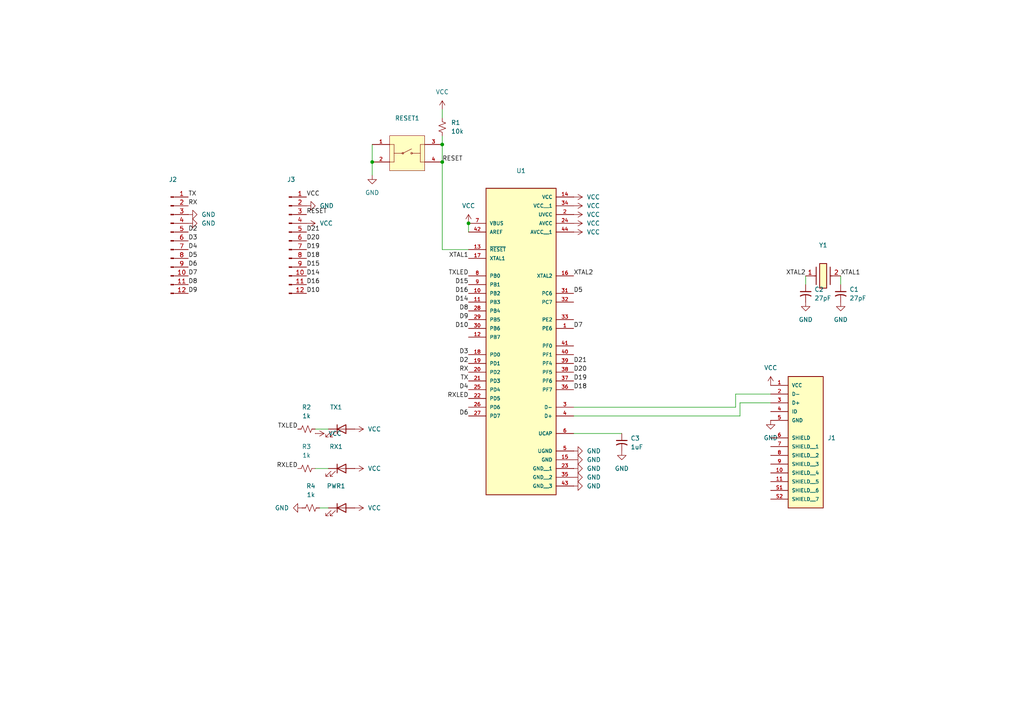
<source format=kicad_sch>
(kicad_sch (version 20250114) (generator "eeschema") (generator_version "9.0")
  (paper "A4")
  (lib_symbols
    (symbol "10103594-0001LF:10103594-0001LF" (pin_names (offset 1.016))
      (property "Reference" "J" (at -5.08 11.43 0))
      (property "Value" "10103594-0001LF" (at -5.08 -30.48 0))
      (symbol "10103594-0001LF_0_0"
        (rectangle (start -5.08 -27.94) (end 5.08 10.16) (stroke (width 0.254)) (fill (type background)))
        (pin power_in line (at -10.16 7.62 0) (length 5.08) (name "VCC") (number "1"))
        (pin bidirectional line (at -10.16 5.08 0) (length 5.08) (name "D-") (number "2"))
        (pin bidirectional line (at -10.16 2.54 0) (length 5.08) (name "D+") (number "3"))
        (pin bidirectional line (at -10.16 0 0) (length 5.08) (name "ID") (number "4"))
        (pin power_in line (at -10.16 -2.54 0) (length 5.08) (name "GND") (number "5"))
        (pin passive line (at -10.16 -7.62 0) (length 5.08) (name "SHIELD") (number "6"))
        (pin passive line (at -10.16 -10.16 0) (length 5.08) (name "SHIELD__1") (number "7"))
        (pin passive line (at -10.16 -12.7 0) (length 5.08) (name "SHIELD__2") (number "8"))
        (pin passive line (at -10.16 -15.24 0) (length 5.08) (name "SHIELD__3") (number "9"))
        (pin passive line (at -10.16 -17.78 0) (length 5.08) (name "SHIELD__4") (number "10"))
        (pin passive line (at -10.16 -20.32 0) (length 5.08) (name "SHIELD__5") (number "11"))
        (pin passive line (at -10.16 -22.86 0) (length 5.08) (name "SHIELD__6") (number "S1"))
        (pin passive line (at -10.16 -25.4 0) (length 5.08) (name "SHIELD__7") (number "S2"))
      )
    )
    (symbol "1825910-6:1825910-6" (pin_names (offset 1.016))
      (property "Reference" "SW" (at -5.0897 5.8532 0))
      (property "Value" "1825910-6" (at -5.0883 -7.6325 0))
      (symbol "1825910-6_0_0"
        (polyline (pts (xy -5.08 2.54) (xy -3.81 2.54)) (stroke (width 0.127)))
        (rectangle (start -5.08 -5.08) (end 5.08 5.08) (stroke (width 0.127)) (fill (type background)))
        (polyline (pts (xy -3.81 2.54) (xy -3.81 0)) (stroke (width 0.127)))
        (polyline (pts (xy -3.81 0) (xy -3.81 -2.54)) (stroke (width 0.127)))
        (polyline (pts (xy -3.81 0) (xy -1.27 0)) (stroke (width 0.127)))
        (polyline (pts (xy -3.81 -2.54) (xy -5.08 -2.54)) (stroke (width 0.127)))
        (circle (center -1.27 0) (radius 0.254) (stroke (width 0.127)))
        (polyline (pts (xy -1.27 0) (xy 1.27 1.27)) (stroke (width 0.127)))
        (polyline (pts (xy 1.27 0) (xy 3.81 0)) (stroke (width 0.127)))
        (circle (center 1.27 0) (radius 0.254) (stroke (width 0.127)))
        (polyline (pts (xy 3.81 2.54) (xy 5.08 2.54)) (stroke (width 0.127)))
        (polyline (pts (xy 3.81 0) (xy 3.81 2.54)) (stroke (width 0.127)))
        (polyline (pts (xy 3.81 0) (xy 3.81 -2.54)) (stroke (width 0.127)))
        (polyline (pts (xy 3.81 -2.54) (xy 5.08 -2.54)) (stroke (width 0.127)))
        (pin passive line (at -10.16 2.54 0) (length 5.08) (name "~") (number "1"))
        (pin passive line (at -10.16 -2.54 0) (length 5.08) (name "~") (number "2"))
        (pin passive line (at 10.16 2.54 180) (length 5.08) (name "~") (number "3"))
        (pin passive line (at 10.16 -2.54 180) (length 5.08) (name "~") (number "4"))
      )
    )
    (symbol "ATMEGA32U4-AU:ATMEGA32U4-AU" (pin_names (offset 1.016))
      (property "Reference" "U" (at -10.1752 39.4289 0))
      (property "Value" "ATMEGA32U4-AU" (at -10.1803 -54.6936 0))
      (symbol "ATMEGA32U4-AU_0_0"
        (rectangle (start -10.16 -50.8) (end 10.16 38.1) (stroke (width 0.254)) (fill (type background)))
        (pin input line (at -15.24 27.94 0) (length 5.08) (name "VBUS") (number "7"))
        (pin input line (at -15.24 25.4 0) (length 5.08) (name "AREF") (number "42"))
        (pin input line (at -15.24 20.32 0) (length 5.08) (name "~{RESET}") (number "13"))
        (pin input line (at -15.24 17.78 0) (length 5.08) (name "XTAL1") (number "17"))
        (pin bidirectional line (at -15.24 12.7 0) (length 5.08) (name "PB0") (number "8"))
        (pin bidirectional line (at -15.24 10.16 0) (length 5.08) (name "PB1") (number "9"))
        (pin bidirectional line (at -15.24 7.62 0) (length 5.08) (name "PB2") (number "10"))
        (pin bidirectional line (at -15.24 5.08 0) (length 5.08) (name "PB3") (number "11"))
        (pin bidirectional line (at -15.24 2.54 0) (length 5.08) (name "PB4") (number "28"))
        (pin bidirectional line (at -15.24 0 0) (length 5.08) (name "PB5") (number "29"))
        (pin bidirectional line (at -15.24 -2.54 0) (length 5.08) (name "PB6") (number "30"))
        (pin bidirectional line (at -15.24 -5.08 0) (length 5.08) (name "PB7") (number "12"))
        (pin bidirectional line (at -15.24 -10.16 0) (length 5.08) (name "PD0") (number "18"))
        (pin bidirectional line (at -15.24 -12.7 0) (length 5.08) (name "PD1") (number "19"))
        (pin bidirectional line (at -15.24 -15.24 0) (length 5.08) (name "PD2") (number "20"))
        (pin bidirectional line (at -15.24 -17.78 0) (length 5.08) (name "PD3") (number "21"))
        (pin bidirectional line (at -15.24 -20.32 0) (length 5.08) (name "PD4") (number "25"))
        (pin bidirectional line (at -15.24 -22.86 0) (length 5.08) (name "PD5") (number "22"))
        (pin bidirectional line (at -15.24 -25.4 0) (length 5.08) (name "PD6") (number "26"))
        (pin bidirectional line (at -15.24 -27.94 0) (length 5.08) (name "PD7") (number "27"))
        (pin power_in line (at 15.24 35.56 180) (length 5.08) (name "VCC") (number "14"))
        (pin power_in line (at 15.24 33.02 180) (length 5.08) (name "VCC__1") (number "34"))
        (pin power_in line (at 15.24 30.48 180) (length 5.08) (name "UVCC") (number "2"))
        (pin power_in line (at 15.24 27.94 180) (length 5.08) (name "AVCC") (number "24"))
        (pin power_in line (at 15.24 25.4 180) (length 5.08) (name "AVCC__1") (number "44"))
        (pin output line (at 15.24 12.7 180) (length 5.08) (name "XTAL2") (number "16"))
        (pin bidirectional line (at 15.24 7.62 180) (length 5.08) (name "PC6") (number "31"))
        (pin bidirectional line (at 15.24 5.08 180) (length 5.08) (name "PC7") (number "32"))
        (pin bidirectional line (at 15.24 0 180) (length 5.08) (name "PE2") (number "33"))
        (pin bidirectional line (at 15.24 -2.54 180) (length 5.08) (name "PE6") (number "1"))
        (pin bidirectional line (at 15.24 -7.62 180) (length 5.08) (name "PF0") (number "41"))
        (pin bidirectional line (at 15.24 -10.16 180) (length 5.08) (name "PF1") (number "40"))
        (pin bidirectional line (at 15.24 -12.7 180) (length 5.08) (name "PF4") (number "39"))
        (pin bidirectional line (at 15.24 -15.24 180) (length 5.08) (name "PF5") (number "38"))
        (pin bidirectional line (at 15.24 -17.78 180) (length 5.08) (name "PF6") (number "37"))
        (pin bidirectional line (at 15.24 -20.32 180) (length 5.08) (name "PF7") (number "36"))
        (pin bidirectional line (at 15.24 -25.4 180) (length 5.08) (name "D-") (number "3"))
        (pin bidirectional line (at 15.24 -27.94 180) (length 5.08) (name "D+") (number "4"))
        (pin passive line (at 15.24 -33.02 180) (length 5.08) (name "UCAP") (number "6"))
        (pin power_in line (at 15.24 -38.1 180) (length 5.08) (name "UGND") (number "5"))
        (pin power_in line (at 15.24 -40.64 180) (length 5.08) (name "GND") (number "15"))
        (pin power_in line (at 15.24 -43.18 180) (length 5.08) (name "GND__1") (number "23"))
        (pin power_in line (at 15.24 -45.72 180) (length 5.08) (name "GND__2") (number "35"))
        (pin power_in line (at 15.24 -48.26 180) (length 5.08) (name "GND__3") (number "43"))
      )
    )
    (symbol "Connector:Conn_01x12_Pin" (pin_names (offset 1.016) (hide yes))
      (property "Reference" "J" (at 0 15.24 0))
      (property "Value" "Conn_01x12_Pin" (at 0 -17.78 0))
      (symbol "Conn_01x12_Pin_1_1"
        (rectangle (start 0.8636 12.827) (end 0 12.573) (stroke (width 0.1524)) (fill (type outline)))
        (rectangle (start 0.8636 10.287) (end 0 10.033) (stroke (width 0.1524)) (fill (type outline)))
        (rectangle (start 0.8636 7.747) (end 0 7.493) (stroke (width 0.1524)) (fill (type outline)))
        (rectangle (start 0.8636 5.207) (end 0 4.953) (stroke (width 0.1524)) (fill (type outline)))
        (rectangle (start 0.8636 2.667) (end 0 2.413) (stroke (width 0.1524)) (fill (type outline)))
        (rectangle (start 0.8636 0.127) (end 0 -0.127) (stroke (width 0.1524)) (fill (type outline)))
        (rectangle (start 0.8636 -2.413) (end 0 -2.667) (stroke (width 0.1524)) (fill (type outline)))
        (rectangle (start 0.8636 -4.953) (end 0 -5.207) (stroke (width 0.1524)) (fill (type outline)))
        (rectangle (start 0.8636 -7.493) (end 0 -7.747) (stroke (width 0.1524)) (fill (type outline)))
        (rectangle (start 0.8636 -10.033) (end 0 -10.287) (stroke (width 0.1524)) (fill (type outline)))
        (rectangle (start 0.8636 -12.573) (end 0 -12.827) (stroke (width 0.1524)) (fill (type outline)))
        (rectangle (start 0.8636 -15.113) (end 0 -15.367) (stroke (width 0.1524)) (fill (type outline)))
        (polyline (pts (xy 1.27 12.7) (xy 0.8636 12.7)) (stroke (width 0.1524)))
        (polyline (pts (xy 1.27 10.16) (xy 0.8636 10.16)) (stroke (width 0.1524)))
        (polyline (pts (xy 1.27 7.62) (xy 0.8636 7.62)) (stroke (width 0.1524)))
        (polyline (pts (xy 1.27 5.08) (xy 0.8636 5.08)) (stroke (width 0.1524)))
        (polyline (pts (xy 1.27 2.54) (xy 0.8636 2.54)) (stroke (width 0.1524)))
        (polyline (pts (xy 1.27 0) (xy 0.8636 0)) (stroke (width 0.1524)))
        (polyline (pts (xy 1.27 -2.54) (xy 0.8636 -2.54)) (stroke (width 0.1524)))
        (polyline (pts (xy 1.27 -5.08) (xy 0.8636 -5.08)) (stroke (width 0.1524)))
        (polyline (pts (xy 1.27 -7.62) (xy 0.8636 -7.62)) (stroke (width 0.1524)))
        (polyline (pts (xy 1.27 -10.16) (xy 0.8636 -10.16)) (stroke (width 0.1524)))
        (polyline (pts (xy 1.27 -12.7) (xy 0.8636 -12.7)) (stroke (width 0.1524)))
        (polyline (pts (xy 1.27 -15.24) (xy 0.8636 -15.24)) (stroke (width 0.1524)))
        (pin passive line (at 5.08 12.7 180) (length 3.81) (name "Pin_1") (number "1"))
        (pin passive line (at 5.08 10.16 180) (length 3.81) (name "Pin_2") (number "2"))
        (pin passive line (at 5.08 7.62 180) (length 3.81) (name "Pin_3") (number "3"))
        (pin passive line (at 5.08 5.08 180) (length 3.81) (name "Pin_4") (number "4"))
        (pin passive line (at 5.08 2.54 180) (length 3.81) (name "Pin_5") (number "5"))
        (pin passive line (at 5.08 0 180) (length 3.81) (name "Pin_6") (number "6"))
        (pin passive line (at 5.08 -2.54 180) (length 3.81) (name "Pin_7") (number "7"))
        (pin passive line (at 5.08 -5.08 180) (length 3.81) (name "Pin_8") (number "8"))
        (pin passive line (at 5.08 -7.62 180) (length 3.81) (name "Pin_9") (number "9"))
        (pin passive line (at 5.08 -10.16 180) (length 3.81) (name "Pin_10") (number "10"))
        (pin passive line (at 5.08 -12.7 180) (length 3.81) (name "Pin_11") (number "11"))
        (pin passive line (at 5.08 -15.24 180) (length 3.81) (name "Pin_12") (number "12"))
      )
    )
    (symbol "Device:C_Small_US" (pin_numbers (hide yes)) (pin_names (offset 0.254) (hide yes))
      (property "Reference" "C" (at 0.254 1.778 0))
      (property "Value" "C_Small_US" (at 0.254 -2.032 0))
      (symbol "C_Small_US_0_1"
        (polyline (pts (xy -1.524 0.508) (xy 1.524 0.508)) (stroke (width 0.3048)))
        (arc (start -1.524 -0.762) (mid 0 -0.3734) (end 1.524 -0.762) (stroke (width 0.3048)))
      )
      (symbol "C_Small_US_1_1"
        (pin passive line (at 0 2.54 270) (length 2.032) (name "~") (number "1"))
        (pin passive line (at 0 -2.54 90) (length 2.032) (name "~") (number "2"))
      )
    )
    (symbol "Device:LED" (pin_numbers (hide yes)) (pin_names (offset 1.016) (hide yes))
      (property "Reference" "D" (at 0 2.54 0))
      (property "Value" "LED" (at 0 -2.54 0))
      (symbol "LED_0_1"
        (polyline (pts (xy -3.048 -0.762) (xy -4.572 -2.286) (xy -3.81 -2.286) (xy -4.572 -2.286) (xy -4.572 -1.524)))
        (polyline (pts (xy -1.778 -0.762) (xy -3.302 -2.286) (xy -2.54 -2.286) (xy -3.302 -2.286) (xy -3.302 -1.524)))
        (polyline (pts (xy -1.27 0) (xy 1.27 0)))
        (polyline (pts (xy -1.27 -1.27) (xy -1.27 1.27)) (stroke (width 0.254)))
        (polyline (pts (xy 1.27 -1.27) (xy 1.27 1.27) (xy -1.27 0) (xy 1.27 -1.27)) (stroke (width 0.254)))
      )
      (symbol "LED_1_1"
        (pin passive line (at -3.81 0 0) (length 2.54) (name "K") (number "1"))
        (pin passive line (at 3.81 0 180) (length 2.54) (name "A") (number "2"))
      )
    )
    (symbol "Device:R_Small_US" (pin_numbers (hide yes)) (pin_names (offset 0.254) (hide yes))
      (property "Reference" "R" (at 0.762 0.508 0))
      (property "Value" "R_Small_US" (at 0.762 -1.016 0))
      (symbol "R_Small_US_1_1"
        (polyline (pts (xy 0 1.524) (xy 1.016 1.143) (xy 0 0.762) (xy -1.016 0.381) (xy 0 0)))
        (polyline (pts (xy 0 0) (xy 1.016 -0.381) (xy 0 -0.762) (xy -1.016 -1.143) (xy 0 -1.524)))
        (pin passive line (at 0 2.54 270) (length 1.016) (name "~") (number "1"))
        (pin passive line (at 0 -2.54 90) (length 1.016) (name "~") (number "2"))
      )
    )
    (symbol "ECS-160-18-5PX-GM-TR:ECS-160-18-5PX-GM-TR" (pin_names (hide yes))
      (property "Reference" "Y" (at 8.89 6.35 0))
      (property "Value" "ECS-160-18-5PX-GM-TR" (at 8.89 3.81 0))
      (symbol "ECS-160-18-5PX-GM-TR_1_1"
        (polyline (pts (xy 3.048 2.54) (xy 3.048 -2.54)) (stroke (width 0.254)))
        (polyline (pts (xy 3.048 0) (xy 2.54 0)) (stroke (width 0.254)))
        (rectangle (start 4.064 3.556) (end 6.096 -3.556) (stroke (width 0.254)) (fill (type background)))
        (polyline (pts (xy 7.112 2.54) (xy 7.112 -2.54)) (stroke (width 0.254)))
        (polyline (pts (xy 7.112 0) (xy 7.62 0)) (stroke (width 0.254)))
        (pin passive line (at 0 0 0) (length 2.54) (name "1") (number "1"))
        (pin passive line (at 10.16 0 180) (length 2.54) (name "2") (number "2"))
      )
    )
    (symbol "power:GND" (power) (pin_numbers (hide yes)) (pin_names (offset 0) (hide yes))
      (property "Value" "GND" (at 0 -3.81 0))
      (symbol "GND_0_1"
        (polyline (pts (xy 0 0) (xy 0 -1.27) (xy 1.27 -1.27) (xy 0 -2.54) (xy -1.27 -1.27) (xy 0 -1.27)))
      )
      (symbol "GND_1_1"
        (pin power_in line (at 0 0 270) (length 0) (name "~") (number "1"))
      )
    )
    (symbol "power:VCC" (power) (pin_numbers (hide yes)) (pin_names (offset 0) (hide yes))
      (property "Value" "VCC" (at 0 3.556 0))
      (symbol "VCC_0_1"
        (polyline (pts (xy -0.762 1.27) (xy 0 2.54)))
        (polyline (pts (xy 0 2.54) (xy 0.762 1.27)))
        (polyline (pts (xy 0 0) (xy 0 2.54)))
      )
      (symbol "VCC_1_1"
        (pin power_in line (at 0 0 90) (length 0) (name "~") (number "1"))
      )
    )
  )
  (junction (at 135.89 64.77))
  (junction (at 128.27 41.91))
  (junction (at 128.27 46.99))
  (junction (at 107.95 46.99))
  (wire (pts (xy 92.71 147.32) (xy 95.25 147.32)))
  (wire (pts (xy 107.95 41.91) (xy 107.95 46.99)))
  (wire (pts (xy 128.27 39.37) (xy 128.27 41.91)))
  (wire (pts (xy 214.63 116.84) (xy 223.52 116.84)))
  (wire (pts (xy 166.37 125.73) (xy 180.34 125.73)))
  (wire (pts (xy 128.27 72.39) (xy 128.27 46.99)))
  (wire (pts (xy 166.37 120.65) (xy 214.63 120.65)))
  (wire (pts (xy 213.36 114.3) (xy 223.52 114.3)))
  (wire (pts (xy 135.89 72.39) (xy 128.27 72.39)))
  (wire (pts (xy 128.27 41.91) (xy 128.27 46.99)))
  (wire (pts (xy 166.37 118.11) (xy 213.36 118.11)))
  (wire (pts (xy 214.63 120.65) (xy 214.63 116.84)))
  (wire (pts (xy 233.68 80.01) (xy 233.68 82.55)))
  (wire (pts (xy 135.89 64.77) (xy 135.89 67.31)))
  (wire (pts (xy 91.44 124.46) (xy 95.25 124.46)))
  (wire (pts (xy 243.84 80.01) (xy 243.84 82.55)))
  (wire (pts (xy 128.27 31.75) (xy 128.27 34.29)))
  (wire (pts (xy 213.36 118.11) (xy 213.36 114.3)))
  (wire (pts (xy 107.95 46.99) (xy 107.95 50.8)))
  (wire (pts (xy 91.44 135.89) (xy 95.25 135.89)))
  (label "RESET" (at 128.27 46.99 0))
  (label "D9" (at 135.89 92.71 180))
  (label "RXLED" (at 135.89 115.57 180))
  (label "D5" (at 166.37 85.09 0))
  (label "D18" (at 88.9 74.93 0))
  (label "D4" (at 54.61 72.39 0))
  (label "D21" (at 88.9 67.31 0))
  (label "D8" (at 135.89 90.17 180))
  (label "D4" (at 135.89 113.03 180))
  (label "D20" (at 166.37 107.95 0))
  (label "D21" (at 166.37 105.41 0))
  (label "D14" (at 135.89 87.63 180))
  (label "D8" (at 54.61 82.55 0))
  (label "VCC" (at 88.9 57.15 0))
  (label "D19" (at 166.37 110.49 0))
  (label "D6" (at 54.61 77.47 0))
  (label "D19" (at 88.9 72.39 0))
  (label "D3" (at 54.61 69.85 0))
  (label "D20" (at 88.9 69.85 0))
  (label "RXLED" (at 86.36 135.89 180))
  (label "D5" (at 54.61 74.93 0))
  (label "D16" (at 135.89 85.09 180))
  (label "D2" (at 135.89 105.41 180))
  (label "D10" (at 88.9 85.09 0))
  (label "RX" (at 135.89 107.95 180))
  (label "D9" (at 54.61 85.09 0))
  (label "RESET" (at 88.9 62.23 0))
  (label "TXLED" (at 135.89 80.01 180))
  (label "XTAL1" (at 243.84 80.01 0))
  (label "TX" (at 135.89 110.49 180))
  (label "XTAL1" (at 135.89 74.93 180))
  (label "D18" (at 166.37 113.03 0))
  (label "D7" (at 166.37 95.25 0))
  (label "D2" (at 54.61 67.31 0))
  (label "D14" (at 88.9 80.01 0))
  (label "TX" (at 54.61 57.15 0))
  (label "D15" (at 88.9 77.47 0))
  (label "XTAL2" (at 233.68 80.01 180))
  (label "TXLED" (at 86.36 124.46 180))
  (label "XTAL2" (at 166.37 80.01 0))
  (label "D10" (at 135.89 95.25 180))
  (label "D3" (at 135.89 102.87 180))
  (label "D16" (at 88.9 82.55 0))
  (label "D15" (at 135.89 82.55 180))
  (label "D7" (at 54.61 80.01 0))
  (label "D6" (at 135.89 120.65 180))
  (label "RX" (at 54.61 59.69 0))
  (symbol (lib_id "power:GND") (at 88.9 59.69 90) (unit 1)
    (property "Reference" "#PWR03" (effects (hide yes)))
    (property "Value" "GND" (at 92.71 59.6899 90) (effects (justify right)))
    (property "Description" "Power symbol creates a global label with name \"GND\" , ground" (effects (hide yes)))
  )
  (symbol (lib_id "power:GND") (at 166.37 133.35 90) (unit 1)
    (property "Reference" "#PWR012" (effects (hide yes)))
    (property "Value" "GND" (at 170.18 133.3499 90) (effects (justify right)))
    (property "Description" "Power symbol creates a global label with name \"GND\" , ground" (effects (hide yes)))
  )
  (symbol (lib_id "Device:LED") (at 99.06 124.46 0) (unit 1)
    (property "Reference" "TX1" (at 97.4725 118.11 0))
    (property "Value" "LED" (effects (hide yes)))
    (property "Footprint" "LED_SMD:LED_0201_0603Metric" (effects (hide yes)))
    (property "Description" "Light emitting diode" (effects (hide yes)))
    (property "Sim.Pins" "1=K 2=A" (effects (hide yes)))
  )
  (symbol (lib_id "ATMEGA32U4-AU:ATMEGA32U4-AU") (at 151.13 92.71 0) (unit 1)
    (property "Reference" "U1" (at 151.13 49.53 0))
    (property "Value" "ATMEGA32U4-AU" (effects (hide yes)))
    (property "Footprint" "ATMEGA32U4_AU:QFP80P1200X1200X120-44N" (effects (hide yes)))
    (property "MANUFACTURER" "Atmel" (effects (hide yes)))
  )
  (symbol (lib_id "1825910-6:1825910-6") (at 118.11 44.45 0) (unit 1)
    (property "Reference" "RESET1" (at 118.11 34.29 0))
    (property "Value" "1825910-6" (effects (hide yes)))
    (property "Footprint" "1825910_6:SW_1825910-6-4" (effects (hide yes)))
    (property "PARTREV" "C10" (effects (hide yes)))
    (property "STANDARD" "Manufacturer Recommendations" (effects (hide yes)))
    (property "MANUFACTURER" "TE CONNECTIVITY" (effects (hide yes)))
  )
  (symbol (lib_id "power:GND") (at 180.34 130.81 0) (unit 1)
    (property "Reference" "#PWR021" (effects (hide yes)))
    (property "Value" "GND" (at 180.34 135.89 0))
    (property "Description" "Power symbol creates a global label with name \"GND\" , ground" (effects (hide yes)))
  )
  (symbol (lib_id "power:VCC") (at 91.44 125.73 270) (unit 1)
    (property "Reference" "#PWR026" (effects (hide yes)))
    (property "Value" "VCC" (at 95.25 125.7299 90) (effects (justify left)))
    (property "Description" "Power symbol creates a global label with name \"VCC\"" (effects (hide yes)))
  )
  (symbol (lib_id "power:VCC") (at 135.89 64.77 0) (unit 1)
    (property "Reference" "#PWR05" (effects (hide yes)))
    (property "Value" "VCC" (at 135.89 59.69 0))
    (property "Description" "Power symbol creates a global label with name \"VCC\"" (effects (hide yes)))
  )
  (symbol (lib_id "Device:LED") (at 99.06 147.32 0) (unit 1)
    (property "Reference" "PWR1" (at 97.4725 140.97 0))
    (property "Value" "LED" (effects (hide yes)))
    (property "Footprint" "LED_SMD:LED_0201_0603Metric_Pad0.64x0.40mm_HandSolder" (effects (hide yes)))
    (property "Description" "Light emitting diode" (effects (hide yes)))
    (property "Sim.Pins" "1=K 2=A" (effects (hide yes)))
  )
  (symbol (lib_id "power:VCC") (at 223.52 111.76 0) (unit 1)
    (property "Reference" "#PWR010" (effects (hide yes)))
    (property "Value" "VCC" (at 223.52 106.68 0))
    (property "Description" "Power symbol creates a global label with name \"VCC\"" (effects (hide yes)))
  )
  (symbol (lib_id "ECS-160-18-5PX-GM-TR:ECS-160-18-5PX-GM-TR") (at 233.68 80.01 0) (unit 1)
    (property "Reference" "Y1" (at 238.76 71.12 0))
    (property "Value" "ECS-160-18-5PX-GM-TR" (effects (hide yes)))
    (property "Footprint" "KiCad:ECS160185PXGMTR" (effects (hide yes)))
    (property "Description" "Crystals 16.000 MHz 18 pF CSM-7X +/-30/30 ppm -20 - +70C RoHS" (effects (hide yes)))
    (property "Height" "4.3" (effects (hide yes)))
    (property "Mouser Part Number" "520-160-18-5PX-GM-TR" (effects (hide yes)))
    (property "Mouser Price/Stock" "https://www.mouser.co.uk/ProductDetail/ECS/ECS-160-18-5PX-GM-TR?qs=amGC7iS6iy9jy4CztfLIlw%3D%3D" (effects (hide yes)))
    (property "Manufacturer_Name" "ECS" (effects (hide yes)))
    (property "Manufacturer_Part_Number" "ECS-160-18-5PX-GM-TR" (effects (hide yes)))
  )
  (symbol (lib_id "Device:C_Small_US") (at 243.84 85.09 0) (unit 1)
    (property "Reference" "C1" (at 246.38 83.9469 0) (effects (justify left)))
    (property "Value" "27pF" (at 246.38 86.4869 0) (effects (justify left)))
    (property "Footprint" "Capacitor_SMD:C_0402_1005Metric_Pad0.74x0.62mm_HandSolder" (effects (hide yes)))
    (property "Description" "capacitor, small US symbol" (effects (hide yes)))
  )
  (symbol (lib_id "power:GND") (at 107.95 50.8 0) (unit 1)
    (property "Reference" "#PWR022" (effects (hide yes)))
    (property "Value" "GND" (at 107.95 55.88 0))
    (property "Description" "Power symbol creates a global label with name \"GND\" , ground" (effects (hide yes)))
  )
  (symbol (lib_id "power:VCC") (at 102.87 124.46 270) (unit 1)
    (property "Reference" "#PWR023" (effects (hide yes)))
    (property "Value" "VCC" (at 106.68 124.4599 90) (effects (justify left)))
    (property "Description" "Power symbol creates a global label with name \"VCC\"" (effects (hide yes)))
  )
  (symbol (lib_id "power:GND") (at 166.37 135.89 90) (unit 1)
    (property "Reference" "#PWR013" (effects (hide yes)))
    (property "Value" "GND" (at 170.18 135.8899 90) (effects (justify right)))
    (property "Description" "Power symbol creates a global label with name \"GND\" , ground" (effects (hide yes)))
  )
  (symbol (lib_id "power:VCC") (at 166.37 67.31 270) (unit 1)
    (property "Reference" "#PWR09" (effects (hide yes)))
    (property "Value" "VCC" (at 170.18 67.3099 90) (effects (justify left)))
    (property "Description" "Power symbol creates a global label with name \"VCC\"" (effects (hide yes)))
  )
  (symbol (lib_id "power:VCC") (at 166.37 57.15 270) (unit 1)
    (property "Reference" "#PWR04" (effects (hide yes)))
    (property "Value" "VCC" (at 170.18 57.1499 90) (effects (justify left)))
    (property "Description" "Power symbol creates a global label with name \"VCC\"" (effects (hide yes)))
  )
  (symbol (lib_id "power:VCC") (at 166.37 59.69 270) (unit 1)
    (property "Reference" "#PWR06" (effects (hide yes)))
    (property "Value" "VCC" (at 170.18 59.6899 90) (effects (justify left)))
    (property "Description" "Power symbol creates a global label with name \"VCC\"" (effects (hide yes)))
  )
  (symbol (lib_id "power:VCC") (at 128.27 31.75 0) (unit 1)
    (property "Reference" "#PWR016" (effects (hide yes)))
    (property "Value" "VCC" (at 128.27 26.67 0))
    (property "Description" "Power symbol creates a global label with name \"VCC\"" (effects (hide yes)))
  )
  (symbol (lib_id "Device:R_Small_US") (at 88.9 124.46 90) (unit 1)
    (property "Reference" "R2" (at 88.9 118.11 90))
    (property "Value" "1k" (at 88.9 120.65 90))
    (property "Footprint" "Resistor_SMD:R_0402_1005Metric_Pad0.72x0.64mm_HandSolder" (effects (hide yes)))
    (property "Description" "Resistor, small US symbol" (effects (hide yes)))
  )
  (symbol (lib_id "Device:LED") (at 99.06 135.89 0) (unit 1)
    (property "Reference" "RX1" (at 97.4725 129.54 0))
    (property "Value" "LED" (effects (hide yes)))
    (property "Footprint" "LED_SMD:LED_0201_0603Metric" (effects (hide yes)))
    (property "Description" "Light emitting diode" (effects (hide yes)))
    (property "Sim.Pins" "1=K 2=A" (effects (hide yes)))
  )
  (symbol (lib_id "power:VCC") (at 166.37 62.23 270) (unit 1)
    (property "Reference" "#PWR07" (effects (hide yes)))
    (property "Value" "VCC" (at 170.18 62.2299 90) (effects (justify left)))
    (property "Description" "Power symbol creates a global label with name \"VCC\"" (effects (hide yes)))
  )
  (symbol (lib_id "Device:C_Small_US") (at 233.68 85.09 0) (unit 1)
    (property "Reference" "C2" (at 236.22 83.9469 0) (effects (justify left)))
    (property "Value" "27pF" (at 236.22 86.4869 0) (effects (justify left)))
    (property "Footprint" "Capacitor_SMD:C_0402_1005Metric_Pad0.74x0.62mm_HandSolder" (effects (hide yes)))
    (property "Description" "capacitor, small US symbol" (effects (hide yes)))
  )
  (symbol (lib_id "power:GND") (at 223.52 121.92 0) (unit 1)
    (property "Reference" "#PWR017" (effects (hide yes)))
    (property "Value" "GND" (at 223.52 127 0))
    (property "Description" "Power symbol creates a global label with name \"GND\" , ground" (effects (hide yes)))
  )
  (symbol (lib_id "power:GND") (at 166.37 130.81 90) (unit 1)
    (property "Reference" "#PWR011" (effects (hide yes)))
    (property "Value" "GND" (at 170.18 130.8099 90) (effects (justify right)))
    (property "Description" "Power symbol creates a global label with name \"GND\" , ground" (effects (hide yes)))
  )
  (symbol (lib_id "Device:C_Small_US") (at 180.34 128.27 0) (unit 1)
    (property "Reference" "C3" (at 182.88 127.1269 0) (effects (justify left)))
    (property "Value" "1uF" (at 182.88 129.6669 0) (effects (justify left)))
    (property "Footprint" "Capacitor_SMD:C_0402_1005Metric_Pad0.74x0.62mm_HandSolder" (effects (hide yes)))
    (property "Description" "capacitor, small US symbol" (effects (hide yes)))
  )
  (symbol (lib_id "Device:R_Small_US") (at 128.27 36.83 0) (unit 1)
    (property "Reference" "R1" (at 130.81 35.5599 0) (effects (justify left)))
    (property "Value" "10k" (at 130.81 38.0999 0) (effects (justify left)))
    (property "Footprint" "Resistor_SMD:R_0402_1005Metric_Pad0.72x0.64mm_HandSolder" (effects (hide yes)))
    (property "Description" "Resistor, small US symbol" (effects (hide yes)))
  )
  (symbol (lib_id "power:GND") (at 54.61 62.23 90) (unit 1)
    (property "Reference" "#PWR01" (effects (hide yes)))
    (property "Value" "GND" (at 58.42 62.2299 90) (effects (justify right)))
    (property "Description" "Power symbol creates a global label with name \"GND\" , ground" (effects (hide yes)))
  )
  (symbol (lib_id "power:GND") (at 166.37 140.97 90) (unit 1)
    (property "Reference" "#PWR015" (effects (hide yes)))
    (property "Value" "GND" (at 170.18 140.9699 90) (effects (justify right)))
    (property "Description" "Power symbol creates a global label with name \"GND\" , ground" (effects (hide yes)))
  )
  (symbol (lib_id "power:VCC") (at 102.87 135.89 270) (unit 1)
    (property "Reference" "#PWR024" (effects (hide yes)))
    (property "Value" "VCC" (at 106.68 135.8899 90) (effects (justify left)))
    (property "Description" "Power symbol creates a global label with name \"VCC\"" (effects (hide yes)))
  )
  (symbol (lib_id "power:VCC") (at 88.9 64.77 270) (unit 1)
    (property "Reference" "#PWR028" (effects (hide yes)))
    (property "Value" "VCC" (at 92.71 64.7699 90) (effects (justify left)))
    (property "Description" "Power symbol creates a global label with name \"VCC\"" (effects (hide yes)))
  )
  (symbol (lib_id "Device:R_Small_US") (at 88.9 135.89 90) (unit 1)
    (property "Reference" "R3" (at 88.9 129.54 90))
    (property "Value" "1k" (at 88.9 132.08 90))
    (property "Footprint" "Resistor_SMD:R_0402_1005Metric_Pad0.72x0.64mm_HandSolder" (effects (hide yes)))
    (property "Description" "Resistor, small US symbol" (effects (hide yes)))
  )
  (symbol (lib_id "Connector:Conn_01x12_Pin") (at 83.82 69.85 0) (unit 1)
    (property "Reference" "J3" (at 84.455 52.07 0))
    (property "Value" "Conn_01x12_Pin" (effects (hide yes)))
    (property "Footprint" "Connector_PinHeader_2.54mm:PinHeader_1x12_P2.54mm_Vertical" (effects (hide yes)))
    (property "Description" "Generic connector, single row, 01x12, script generated" (effects (hide yes)))
  )
  (symbol (lib_id "power:GND") (at 54.61 64.77 90) (unit 1)
    (property "Reference" "#PWR02" (effects (hide yes)))
    (property "Value" "GND" (at 58.42 64.7699 90) (effects (justify right)))
    (property "Description" "Power symbol creates a global label with name \"GND\" , ground" (effects (hide yes)))
  )
  (symbol (lib_id "power:VCC") (at 166.37 64.77 270) (unit 1)
    (property "Reference" "#PWR08" (effects (hide yes)))
    (property "Value" "VCC" (at 170.18 64.7699 90) (effects (justify left)))
    (property "Description" "Power symbol creates a global label with name \"VCC\"" (effects (hide yes)))
  )
  (symbol (lib_id "Connector:Conn_01x12_Pin") (at 49.53 69.85 0) (unit 1)
    (property "Reference" "J2" (at 50.165 52.07 0))
    (property "Value" "Conn_01x12_Pin" (effects (hide yes)))
    (property "Footprint" "Connector_PinHeader_2.54mm:PinHeader_1x12_P2.54mm_Vertical" (effects (hide yes)))
    (property "Description" "Generic connector, single row, 01x12, script generated" (effects (hide yes)))
  )
  (symbol (lib_id "power:GND") (at 233.68 87.63 0) (unit 1)
    (property "Reference" "#PWR019" (effects (hide yes)))
    (property "Value" "GND" (at 233.68 92.71 0))
    (property "Description" "Power symbol creates a global label with name \"GND\" , ground" (effects (hide yes)))
  )
  (symbol (lib_id "Device:R_Small_US") (at 90.17 147.32 90) (unit 1)
    (property "Reference" "R4" (at 90.17 140.97 90))
    (property "Value" "1k" (at 90.17 143.51 90))
    (property "Footprint" "Resistor_SMD:R_0402_1005Metric_Pad0.72x0.64mm_HandSolder" (effects (hide yes)))
    (property "Description" "Resistor, small US symbol" (effects (hide yes)))
  )
  (symbol (lib_id "power:GND") (at 166.37 138.43 90) (unit 1)
    (property "Reference" "#PWR014" (effects (hide yes)))
    (property "Value" "GND" (at 170.18 138.4299 90) (effects (justify right)))
    (property "Description" "Power symbol creates a global label with name \"GND\" , ground" (effects (hide yes)))
  )
  (symbol (lib_id "power:GND") (at 87.63 147.32 270) (unit 1)
    (property "Reference" "#PWR027" (effects (hide yes)))
    (property "Value" "GND" (at 83.82 147.3199 90) (effects (justify right)))
    (property "Description" "Power symbol creates a global label with name \"GND\" , ground" (effects (hide yes)))
  )
  (symbol (lib_id "power:VCC") (at 102.87 147.32 270) (unit 1)
    (property "Reference" "#PWR025" (effects (hide yes)))
    (property "Value" "VCC" (at 106.68 147.3199 90) (effects (justify left)))
    (property "Description" "Power symbol creates a global label with name \"VCC\"" (effects (hide yes)))
  )
  (symbol (lib_id "10103594-0001LF:10103594-0001LF") (at 233.68 119.38 0) (unit 1)
    (property "Reference" "J1" (at 240.03 126.9999 0) (effects (justify left)))
    (property "Value" "10103594-0001LF" (effects (hide yes)))
    (property "Footprint" "10103594_0001LF (1):AMPHENOL_10103594-0001LF" (effects (hide yes)))
    (property "PARTREV" "A" (effects (hide yes)))
    (property "STANDARD" "Manufacturer Recommendations" (effects (hide yes)))
    (property "MAXIMUM_PACKAGE_HEIGHT" "2.99 mm" (effects (hide yes)))
    (property "MANUFACTURER" "Amphenol" (effects (hide yes)))
  )
  (symbol (lib_id "power:GND") (at 243.84 87.63 0) (unit 1)
    (property "Reference" "#PWR020" (effects (hide yes)))
    (property "Value" "GND" (at 243.84 92.71 0))
    (property "Description" "Power symbol creates a global label with name \"GND\" , ground" (effects (hide yes)))
  )
)
</source>
